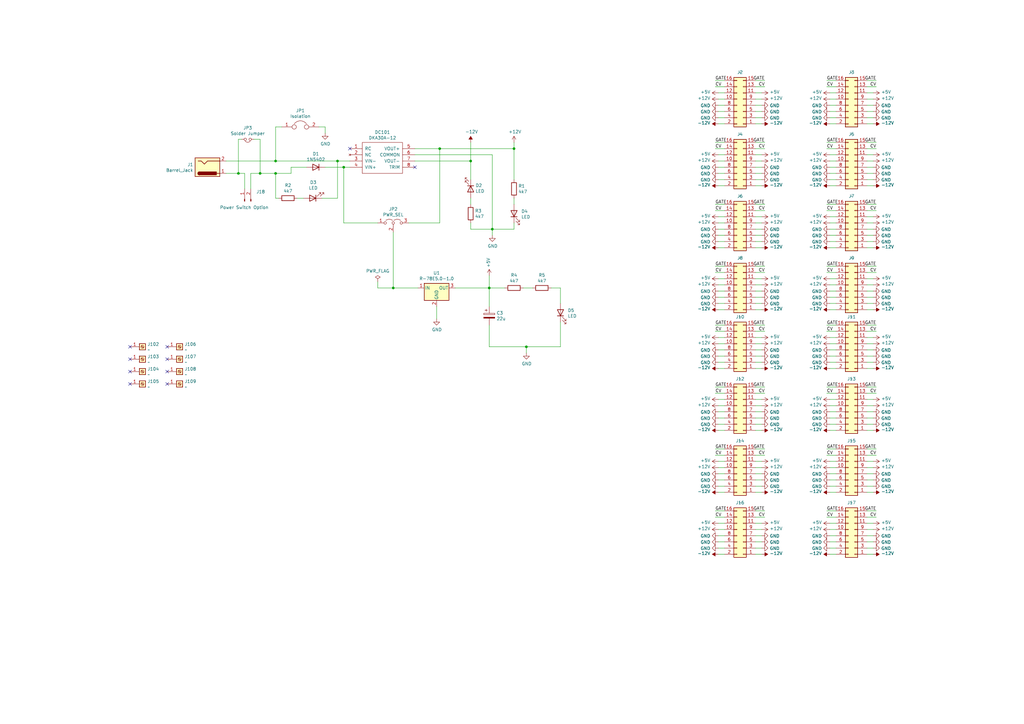
<source format=kicad_sch>
(kicad_sch (version 20211123) (generator eeschema)
  (paper "A3")
  (junction (at 180.34 60.96))
  (junction (at 113.03 71.12))
  (junction (at 193.04 66.04))
  (junction (at 201.93 93.98))
  (junction (at 200.66 118.11))
  (junction (at 106.68 71.12))
  (junction (at 97.79 71.12))
  (junction (at 215.9 142.24))
  (junction (at 113.03 66.04))
  (junction (at 138.43 66.04))
  (junction (at 210.82 60.96))
  (junction (at 140.97 68.58))
  (junction (at 161.29 118.11))
  (no_connect (at 53.34 142.24))
  (no_connect (at 143.51 60.96))
  (no_connect (at 68.58 157.48))
  (no_connect (at 53.34 152.4))
  (no_connect (at 53.34 157.48))
  (no_connect (at 68.58 142.24))
  (no_connect (at 68.58 152.4))
  (no_connect (at 53.34 147.32))
  (no_connect (at 170.18 68.58))
  (no_connect (at 68.58 147.32))
  (wire (pts (xy 297.18 58.42) (xy 293.37 58.42)))
  (wire (pts (xy 309.88 38.1) (xy 312.42 38.1)))
  (wire (pts (xy 342.9 135.89) (xy 339.09 135.89)))
  (wire (pts (xy 200.66 118.11) (xy 207.01 118.11)))
  (wire (pts (xy 312.42 93.98) (xy 309.88 93.98)))
  (wire (pts (xy 297.18 121.92) (xy 294.64 121.92)))
  (wire (pts (xy 342.9 111.76) (xy 339.09 111.76)))
  (wire (pts (xy 297.18 171.45) (xy 294.64 171.45)))
  (wire (pts (xy 297.18 209.55) (xy 293.37 209.55)))
  (wire (pts (xy 309.88 66.04) (xy 312.42 66.04)))
  (wire (pts (xy 104.14 57.15) (xy 106.68 57.15)))
  (wire (pts (xy 294.64 143.51) (xy 297.18 143.51)))
  (wire (pts (xy 294.64 101.6) (xy 297.18 101.6)))
  (wire (pts (xy 294.64 93.98) (xy 297.18 93.98)))
  (wire (pts (xy 355.6 45.72) (xy 358.14 45.72)))
  (wire (pts (xy 358.14 127) (xy 355.6 127)))
  (wire (pts (xy 340.36 219.71) (xy 342.9 219.71)))
  (wire (pts (xy 297.18 133.35) (xy 293.37 133.35)))
  (wire (pts (xy 297.18 186.69) (xy 293.37 186.69)))
  (wire (pts (xy 309.88 184.15) (xy 313.69 184.15)))
  (wire (pts (xy 297.18 111.76) (xy 293.37 111.76)))
  (wire (pts (xy 215.9 142.24) (xy 200.66 142.24)))
  (wire (pts (xy 358.14 48.26) (xy 355.6 48.26)))
  (wire (pts (xy 119.38 68.58) (xy 119.38 71.12)))
  (wire (pts (xy 297.18 35.56) (xy 293.37 35.56)))
  (wire (pts (xy 215.9 142.24) (xy 229.87 142.24)))
  (wire (pts (xy 161.29 95.25) (xy 161.29 118.11)))
  (wire (pts (xy 309.88 158.75) (xy 313.69 158.75)))
  (wire (pts (xy 355.6 40.64) (xy 358.14 40.64)))
  (wire (pts (xy 106.68 57.15) (xy 106.68 71.12)))
  (wire (pts (xy 340.36 227.33) (xy 342.9 227.33)))
  (wire (pts (xy 309.88 138.43) (xy 312.42 138.43)))
  (wire (pts (xy 355.6 186.69) (xy 359.41 186.69)))
  (wire (pts (xy 186.69 118.11) (xy 200.66 118.11)))
  (wire (pts (xy 210.82 60.96) (xy 210.82 73.66)))
  (wire (pts (xy 309.88 166.37) (xy 312.42 166.37)))
  (wire (pts (xy 143.51 66.04) (xy 138.43 66.04)))
  (wire (pts (xy 342.9 189.23) (xy 340.36 189.23)))
  (wire (pts (xy 340.36 124.46) (xy 342.9 124.46)))
  (wire (pts (xy 154.94 118.11) (xy 161.29 118.11)))
  (wire (pts (xy 355.6 114.3) (xy 358.14 114.3)))
  (wire (pts (xy 355.6 38.1) (xy 358.14 38.1)))
  (wire (pts (xy 309.88 209.55) (xy 313.69 209.55)))
  (wire (pts (xy 309.88 163.83) (xy 312.42 163.83)))
  (wire (pts (xy 297.18 116.84) (xy 294.64 116.84)))
  (wire (pts (xy 340.36 224.79) (xy 342.9 224.79)))
  (wire (pts (xy 358.14 93.98) (xy 355.6 93.98)))
  (wire (pts (xy 355.6 212.09) (xy 359.41 212.09)))
  (wire (pts (xy 170.18 66.04) (xy 193.04 66.04)))
  (wire (pts (xy 355.6 189.23) (xy 358.14 189.23)))
  (wire (pts (xy 342.9 121.92) (xy 340.36 121.92)))
  (wire (pts (xy 201.93 93.98) (xy 201.93 96.52)))
  (wire (pts (xy 342.9 96.52) (xy 340.36 96.52)))
  (wire (pts (xy 309.88 171.45) (xy 312.42 171.45)))
  (wire (pts (xy 309.88 91.44) (xy 312.42 91.44)))
  (wire (pts (xy 309.88 60.96) (xy 313.69 60.96)))
  (wire (pts (xy 138.43 81.28) (xy 138.43 66.04)))
  (wire (pts (xy 358.14 176.53) (xy 355.6 176.53)))
  (wire (pts (xy 294.64 43.18) (xy 297.18 43.18)))
  (wire (pts (xy 358.14 194.31) (xy 355.6 194.31)))
  (wire (pts (xy 340.36 76.2) (xy 342.9 76.2)))
  (wire (pts (xy 342.9 40.64) (xy 340.36 40.64)))
  (wire (pts (xy 170.18 63.5) (xy 201.93 63.5)))
  (wire (pts (xy 342.9 214.63) (xy 340.36 214.63)))
  (wire (pts (xy 193.04 93.98) (xy 201.93 93.98)))
  (wire (pts (xy 113.03 81.28) (xy 113.03 71.12)))
  (wire (pts (xy 312.42 101.6) (xy 309.88 101.6)))
  (wire (pts (xy 297.18 88.9) (xy 294.64 88.9)))
  (wire (pts (xy 294.64 199.39) (xy 297.18 199.39)))
  (wire (pts (xy 355.6 111.76) (xy 359.41 111.76)))
  (wire (pts (xy 130.81 52.07) (xy 133.35 52.07)))
  (wire (pts (xy 309.88 189.23) (xy 312.42 189.23)))
  (wire (pts (xy 297.18 158.75) (xy 293.37 158.75)))
  (wire (pts (xy 312.42 68.58) (xy 309.88 68.58)))
  (wire (pts (xy 342.9 45.72) (xy 340.36 45.72)))
  (wire (pts (xy 92.71 66.04) (xy 113.03 66.04)))
  (wire (pts (xy 309.88 214.63) (xy 312.42 214.63)))
  (wire (pts (xy 214.63 118.11) (xy 218.44 118.11)))
  (wire (pts (xy 342.9 217.17) (xy 340.36 217.17)))
  (wire (pts (xy 342.9 166.37) (xy 340.36 166.37)))
  (wire (pts (xy 309.88 196.85) (xy 312.42 196.85)))
  (wire (pts (xy 355.6 60.96) (xy 359.41 60.96)))
  (wire (pts (xy 312.42 173.99) (xy 309.88 173.99)))
  (wire (pts (xy 340.36 194.31) (xy 342.9 194.31)))
  (wire (pts (xy 92.71 71.12) (xy 97.79 71.12)))
  (wire (pts (xy 342.9 60.96) (xy 339.09 60.96)))
  (wire (pts (xy 297.18 138.43) (xy 294.64 138.43)))
  (wire (pts (xy 312.42 199.39) (xy 309.88 199.39)))
  (wire (pts (xy 297.18 196.85) (xy 294.64 196.85)))
  (wire (pts (xy 297.18 217.17) (xy 294.64 217.17)))
  (wire (pts (xy 342.9 222.25) (xy 340.36 222.25)))
  (wire (pts (xy 342.9 63.5) (xy 340.36 63.5)))
  (wire (pts (xy 294.64 173.99) (xy 297.18 173.99)))
  (wire (pts (xy 210.82 58.42) (xy 210.82 60.96)))
  (wire (pts (xy 355.6 35.56) (xy 359.41 35.56)))
  (wire (pts (xy 355.6 135.89) (xy 359.41 135.89)))
  (wire (pts (xy 355.6 116.84) (xy 358.14 116.84)))
  (wire (pts (xy 358.14 73.66) (xy 355.6 73.66)))
  (wire (pts (xy 355.6 71.12) (xy 358.14 71.12)))
  (wire (pts (xy 140.97 68.58) (xy 143.51 68.58)))
  (wire (pts (xy 312.42 76.2) (xy 309.88 76.2)))
  (wire (pts (xy 358.14 148.59) (xy 355.6 148.59)))
  (wire (pts (xy 309.88 212.09) (xy 313.69 212.09)))
  (wire (pts (xy 355.6 86.36) (xy 359.41 86.36)))
  (wire (pts (xy 294.64 124.46) (xy 297.18 124.46)))
  (wire (pts (xy 297.18 66.04) (xy 294.64 66.04)))
  (wire (pts (xy 309.88 186.69) (xy 313.69 186.69)))
  (wire (pts (xy 294.64 99.06) (xy 297.18 99.06)))
  (wire (pts (xy 342.9 186.69) (xy 339.09 186.69)))
  (wire (pts (xy 309.88 109.22) (xy 313.69 109.22)))
  (wire (pts (xy 312.42 201.93) (xy 309.88 201.93)))
  (wire (pts (xy 355.6 91.44) (xy 358.14 91.44)))
  (wire (pts (xy 340.36 173.99) (xy 342.9 173.99)))
  (wire (pts (xy 309.88 71.12) (xy 312.42 71.12)))
  (wire (pts (xy 342.9 109.22) (xy 339.09 109.22)))
  (wire (pts (xy 297.18 212.09) (xy 293.37 212.09)))
  (wire (pts (xy 297.18 191.77) (xy 294.64 191.77)))
  (wire (pts (xy 215.9 142.24) (xy 215.9 144.78)))
  (wire (pts (xy 340.36 143.51) (xy 342.9 143.51)))
  (wire (pts (xy 355.6 196.85) (xy 358.14 196.85)))
  (wire (pts (xy 355.6 138.43) (xy 358.14 138.43)))
  (wire (pts (xy 342.9 114.3) (xy 340.36 114.3)))
  (wire (pts (xy 309.88 86.36) (xy 313.69 86.36)))
  (wire (pts (xy 358.14 119.38) (xy 355.6 119.38)))
  (wire (pts (xy 355.6 109.22) (xy 359.41 109.22)))
  (wire (pts (xy 355.6 66.04) (xy 358.14 66.04)))
  (wire (pts (xy 355.6 88.9) (xy 358.14 88.9)))
  (wire (pts (xy 193.04 58.42) (xy 193.04 66.04)))
  (wire (pts (xy 297.18 71.12) (xy 294.64 71.12)))
  (wire (pts (xy 309.88 45.72) (xy 312.42 45.72)))
  (wire (pts (xy 294.64 50.8) (xy 297.18 50.8)))
  (wire (pts (xy 297.18 161.29) (xy 293.37 161.29)))
  (wire (pts (xy 170.18 60.96) (xy 180.34 60.96)))
  (wire (pts (xy 312.42 194.31) (xy 309.88 194.31)))
  (wire (pts (xy 355.6 184.15) (xy 359.41 184.15)))
  (wire (pts (xy 297.18 96.52) (xy 294.64 96.52)))
  (wire (pts (xy 342.9 163.83) (xy 340.36 163.83)))
  (wire (pts (xy 294.64 48.26) (xy 297.18 48.26)))
  (wire (pts (xy 193.04 81.28) (xy 193.04 83.82)))
  (wire (pts (xy 297.18 40.64) (xy 294.64 40.64)))
  (wire (pts (xy 179.07 125.73) (xy 179.07 130.81)))
  (wire (pts (xy 309.88 191.77) (xy 312.42 191.77)))
  (wire (pts (xy 342.9 38.1) (xy 340.36 38.1)))
  (wire (pts (xy 312.42 48.26) (xy 309.88 48.26)))
  (wire (pts (xy 200.66 113.03) (xy 200.66 118.11)))
  (wire (pts (xy 358.14 199.39) (xy 355.6 199.39)))
  (wire (pts (xy 297.18 86.36) (xy 293.37 86.36)))
  (wire (pts (xy 294.64 73.66) (xy 297.18 73.66)))
  (wire (pts (xy 355.6 166.37) (xy 358.14 166.37)))
  (wire (pts (xy 180.34 91.44) (xy 180.34 60.96)))
  (wire (pts (xy 358.14 76.2) (xy 355.6 76.2)))
  (wire (pts (xy 358.14 201.93) (xy 355.6 201.93)))
  (wire (pts (xy 309.88 83.82) (xy 313.69 83.82)))
  (wire (pts (xy 340.36 48.26) (xy 342.9 48.26)))
  (wire (pts (xy 297.18 33.02) (xy 293.37 33.02)))
  (wire (pts (xy 200.66 142.24) (xy 200.66 133.35)))
  (wire (pts (xy 358.14 68.58) (xy 355.6 68.58)))
  (wire (pts (xy 340.36 119.38) (xy 342.9 119.38)))
  (wire (pts (xy 119.38 71.12) (xy 113.03 71.12)))
  (wire (pts (xy 342.9 66.04) (xy 340.36 66.04)))
  (wire (pts (xy 312.42 124.46) (xy 309.88 124.46)))
  (wire (pts (xy 355.6 83.82) (xy 359.41 83.82)))
  (wire (pts (xy 115.57 52.07) (xy 113.03 52.07)))
  (wire (pts (xy 309.88 121.92) (xy 312.42 121.92)))
  (wire (pts (xy 309.88 33.02) (xy 313.69 33.02)))
  (wire (pts (xy 342.9 209.55) (xy 339.09 209.55)))
  (wire (pts (xy 193.04 66.04) (xy 193.04 73.66)))
  (wire (pts (xy 309.88 133.35) (xy 313.69 133.35)))
  (wire (pts (xy 312.42 73.66) (xy 309.88 73.66)))
  (wire (pts (xy 355.6 96.52) (xy 358.14 96.52)))
  (wire (pts (xy 309.88 116.84) (xy 312.42 116.84)))
  (wire (pts (xy 342.9 184.15) (xy 339.09 184.15)))
  (wire (pts (xy 342.9 116.84) (xy 340.36 116.84)))
  (wire (pts (xy 125.73 68.58) (xy 119.38 68.58)))
  (wire (pts (xy 106.68 71.12) (xy 102.87 71.12)))
  (wire (pts (xy 309.88 114.3) (xy 312.42 114.3)))
  (wire (pts (xy 309.88 146.05) (xy 312.42 146.05)))
  (wire (pts (xy 297.18 63.5) (xy 294.64 63.5)))
  (wire (pts (xy 309.88 222.25) (xy 312.42 222.25)))
  (wire (pts (xy 342.9 86.36) (xy 339.09 86.36)))
  (wire (pts (xy 133.35 68.58) (xy 140.97 68.58)))
  (wire (pts (xy 201.93 93.98) (xy 210.82 93.98)))
  (wire (pts (xy 97.79 71.12) (xy 100.33 71.12)))
  (wire (pts (xy 154.94 91.44) (xy 140.97 91.44)))
  (wire (pts (xy 340.36 148.59) (xy 342.9 148.59)))
  (wire (pts (xy 309.88 35.56) (xy 313.69 35.56)))
  (wire (pts (xy 355.6 191.77) (xy 358.14 191.77)))
  (wire (pts (xy 358.14 99.06) (xy 355.6 99.06)))
  (wire (pts (xy 297.18 38.1) (xy 294.64 38.1)))
  (wire (pts (xy 342.9 212.09) (xy 339.09 212.09)))
  (wire (pts (xy 355.6 217.17) (xy 358.14 217.17)))
  (wire (pts (xy 114.3 81.28) (xy 113.03 81.28)))
  (wire (pts (xy 297.18 184.15) (xy 293.37 184.15)))
  (wire (pts (xy 342.9 91.44) (xy 340.36 91.44)))
  (wire (pts (xy 342.9 138.43) (xy 340.36 138.43)))
  (wire (pts (xy 297.18 109.22) (xy 293.37 109.22)))
  (wire (pts (xy 355.6 146.05) (xy 358.14 146.05)))
  (wire (pts (xy 113.03 66.04) (xy 138.43 66.04)))
  (wire (pts (xy 342.9 140.97) (xy 340.36 140.97)))
  (wire (pts (xy 340.36 99.06) (xy 342.9 99.06)))
  (wire (pts (xy 342.9 33.02) (xy 339.09 33.02)))
  (wire (pts (xy 358.14 124.46) (xy 355.6 124.46)))
  (wire (pts (xy 294.64 224.79) (xy 297.18 224.79)))
  (wire (pts (xy 210.82 81.28) (xy 210.82 83.82)))
  (wire (pts (xy 312.42 227.33) (xy 309.88 227.33)))
  (wire (pts (xy 342.9 161.29) (xy 339.09 161.29)))
  (wire (pts (xy 309.88 40.64) (xy 312.42 40.64)))
  (wire (pts (xy 193.04 91.44) (xy 193.04 93.98)))
  (wire (pts (xy 342.9 133.35) (xy 339.09 133.35)))
  (wire (pts (xy 294.64 201.93) (xy 297.18 201.93)))
  (wire (pts (xy 312.42 143.51) (xy 309.88 143.51)))
  (wire (pts (xy 358.14 101.6) (xy 355.6 101.6)))
  (wire (pts (xy 312.42 43.18) (xy 309.88 43.18)))
  (wire (pts (xy 297.18 140.97) (xy 294.64 140.97)))
  (wire (pts (xy 294.64 76.2) (xy 297.18 76.2)))
  (wire (pts (xy 297.18 189.23) (xy 294.64 189.23)))
  (wire (pts (xy 340.36 168.91) (xy 342.9 168.91)))
  (wire (pts (xy 161.29 118.11) (xy 171.45 118.11)))
  (wire (pts (xy 297.18 91.44) (xy 294.64 91.44)))
  (wire (pts (xy 297.18 163.83) (xy 294.64 163.83)))
  (wire (pts (xy 340.36 127) (xy 342.9 127)))
  (wire (pts (xy 133.35 52.07) (xy 133.35 54.61)))
  (wire (pts (xy 340.36 199.39) (xy 342.9 199.39)))
  (wire (pts (xy 340.36 50.8) (xy 342.9 50.8)))
  (wire (pts (xy 309.88 58.42) (xy 313.69 58.42)))
  (wire (pts (xy 342.9 58.42) (xy 339.09 58.42)))
  (wire (pts (xy 355.6 161.29) (xy 359.41 161.29)))
  (wire (pts (xy 297.18 83.82) (xy 293.37 83.82)))
  (wire (pts (xy 312.42 168.91) (xy 309.88 168.91)))
  (wire (pts (xy 294.64 176.53) (xy 297.18 176.53)))
  (wire (pts (xy 340.36 93.98) (xy 342.9 93.98)))
  (wire (pts (xy 309.88 217.17) (xy 312.42 217.17)))
  (wire (pts (xy 342.9 35.56) (xy 339.09 35.56)))
  (wire (pts (xy 358.14 50.8) (xy 355.6 50.8)))
  (wire (pts (xy 355.6 163.83) (xy 358.14 163.83)))
  (wire (pts (xy 358.14 219.71) (xy 355.6 219.71)))
  (wire (pts (xy 294.64 148.59) (xy 297.18 148.59)))
  (wire (pts (xy 342.9 196.85) (xy 340.36 196.85)))
  (wire (pts (xy 294.64 194.31) (xy 297.18 194.31)))
  (wire (pts (xy 358.14 227.33) (xy 355.6 227.33)))
  (wire (pts (xy 294.64 219.71) (xy 297.18 219.71)))
  (wire (pts (xy 294.64 127) (xy 297.18 127)))
  (wire (pts (xy 297.18 60.96) (xy 293.37 60.96)))
  (wire (pts (xy 355.6 140.97) (xy 358.14 140.97)))
  (wire (pts (xy 124.46 81.28) (xy 121.92 81.28)))
  (wire (pts (xy 97.79 71.12) (xy 97.79 57.15)))
  (wire (pts (xy 355.6 171.45) (xy 358.14 171.45)))
  (wire (pts (xy 355.6 133.35) (xy 359.41 133.35)))
  (wire (pts (xy 312.42 99.06) (xy 309.88 99.06)))
  (wire (pts (xy 355.6 222.25) (xy 358.14 222.25)))
  (wire (pts (xy 340.36 73.66) (xy 342.9 73.66)))
  (wire (pts (xy 340.36 43.18) (xy 342.9 43.18)))
  (wire (pts (xy 309.88 140.97) (xy 312.42 140.97)))
  (wire (pts (xy 340.36 201.93) (xy 342.9 201.93)))
  (wire (pts (xy 355.6 121.92) (xy 358.14 121.92)))
  (wire (pts (xy 297.18 166.37) (xy 294.64 166.37)))
  (wire (pts (xy 201.93 63.5) (xy 201.93 93.98)))
  (wire (pts (xy 355.6 158.75) (xy 359.41 158.75)))
  (wire (pts (xy 355.6 58.42) (xy 359.41 58.42)))
  (wire (pts (xy 294.64 68.58) (xy 297.18 68.58)))
  (wire (pts (xy 355.6 33.02) (xy 359.41 33.02)))
  (wire (pts (xy 297.18 114.3) (xy 294.64 114.3)))
  (wire (pts (xy 312.42 176.53) (xy 309.88 176.53)))
  (wire (pts (xy 140.97 91.44) (xy 140.97 68.58)))
  (wire (pts (xy 309.88 96.52) (xy 312.42 96.52)))
  (wire (pts (xy 167.64 91.44) (xy 180.34 91.44)))
  (wire (pts (xy 355.6 63.5) (xy 358.14 63.5)))
  (wire (pts (xy 358.14 143.51) (xy 355.6 143.51)))
  (wire (pts (xy 294.64 119.38) (xy 297.18 119.38)))
  (wire (pts (xy 312.42 219.71) (xy 309.88 219.71)))
  (wire (pts (xy 106.68 71.12) (xy 113.03 71.12)))
  (wire (pts (xy 100.33 71.12) (xy 100.33 77.47)))
  (wire (pts (xy 340.36 101.6) (xy 342.9 101.6)))
  (wire (pts (xy 226.06 118.11) (xy 229.87 118.11)))
  (wire (pts (xy 342.9 83.82) (xy 339.09 83.82)))
  (wire (pts (xy 358.14 43.18) (xy 355.6 43.18)))
  (wire (pts (xy 312.42 127) (xy 309.88 127)))
  (wire (pts (xy 342.9 146.05) (xy 340.36 146.05)))
  (wire (pts (xy 294.64 151.13) (xy 297.18 151.13)))
  (wire (pts (xy 358.14 224.79) (xy 355.6 224.79)))
  (wire (pts (xy 312.42 151.13) (xy 309.88 151.13)))
  (wire (pts (xy 229.87 118.11) (xy 229.87 124.46)))
  (wire (pts (xy 294.64 227.33) (xy 297.18 227.33)))
  (wire (pts (xy 97.79 57.15) (xy 99.06 57.15)))
  (wire (pts (xy 340.36 176.53) (xy 342.9 176.53)))
  (wire (pts (xy 132.08 81.28) (xy 138.43 81.28)))
  (wire (pts (xy 309.88 135.89) (xy 313.69 135.89)))
  (wire (pts (xy 342.9 171.45) (xy 340.36 171.45)))
  (wire (pts (xy 200.66 118.11) (xy 200.66 125.73)))
  (wire (pts (xy 309.88 161.29) (xy 313.69 161.29)))
  (wire (pts (xy 154.94 118.11) (xy 154.94 115.57)))
  (wire (pts (xy 312.42 148.59) (xy 309.88 148.59)))
  (wire (pts (xy 297.18 146.05) (xy 294.64 146.05)))
  (wire (pts (xy 113.03 52.07) (xy 113.03 66.04)))
  (wire (pts (xy 340.36 68.58) (xy 342.9 68.58)))
  (wire (pts (xy 312.42 224.79) (xy 309.88 224.79)))
  (wire (pts (xy 340.36 151.13) (xy 342.9 151.13)))
  (wire (pts (xy 358.14 151.13) (xy 355.6 151.13)))
  (wire (pts (xy 309.88 88.9) (xy 312.42 88.9)))
  (wire (pts (xy 355.6 209.55) (xy 359.41 209.55)))
  (wire (pts (xy 294.64 168.91) (xy 297.18 168.91)))
  (wire (pts (xy 102.87 71.12) (xy 102.87 77.47)))
  (wire (pts (xy 342.9 158.75) (xy 339.09 158.75)))
  (wire (pts (xy 309.88 111.76) (xy 313.69 111.76)))
  (wire (pts (xy 342.9 71.12) (xy 340.36 71.12)))
  (wire (pts (xy 210.82 93.98) (xy 210.82 91.44)))
  (wire (pts (xy 342.9 191.77) (xy 340.36 191.77)))
  (wire (pts (xy 342.9 88.9) (xy 340.36 88.9)))
  (wire (pts (xy 355.6 214.63) (xy 358.14 214.63)))
  (wire (pts (xy 309.88 63.5) (xy 312.42 63.5)))
  (wire (pts (xy 229.87 132.08) (xy 229.87 142.24)))
  (wire (pts (xy 297.18 214.63) (xy 294.64 214.63)))
  (wire (pts (xy 312.42 119.38) (xy 309.88 119.38)))
  (wire (pts (xy 297.18 45.72) (xy 294.64 45.72)))
  (wire (pts (xy 297.18 135.89) (xy 293.37 135.89)))
  (wire (pts (xy 312.42 50.8) (xy 309.88 50.8)))
  (wire (pts (xy 358.14 173.99) (xy 355.6 173.99)))
  (wire (pts (xy 358.14 168.91) (xy 355.6 168.91)))
  (wire (pts (xy 297.18 222.25) (xy 294.64 222.25)))
  (wire (pts (xy 180.34 60.96) (xy 210.82 60.96)))
  (label "GATE" (at 293.37 158.75 0))
  (label "GATE" (at 339.09 184.15 0))
  (label "GATE" (at 359.41 58.42 180))
  (label "CV" (at 293.37 86.36 0))
  (label "GATE" (at 293.37 184.15 0))
  (label "GATE" (at 339.09 58.42 0))
  (label "CV" (at 313.69 60.96 180))
  (label "GATE" (at 293.37 133.35 0))
  (label "GATE" (at 359.41 158.75 180))
  (label "CV" (at 359.41 86.36 180))
  (label "CV" (at 293.37 60.96 0))
  (label "GATE" (at 359.41 184.15 180))
  (label "CV" (at 339.09 86.36 0))
  (label "GATE" (at 313.69 33.02 180))
  (label "CV" (at 359.41 111.76 180))
  (label "CV" (at 313.69 161.29 180))
  (label "CV" (at 313.69 35.56 180))
  (label "GATE" (at 293.37 83.82 0))
  (label "GATE" (at 339.09 158.75 0))
  (label "CV" (at 339.09 35.56 0))
  (label "GATE" (at 359.41 33.02 180))
  (label "GATE" (at 339.09 133.35 0))
  (label "GATE" (at 293.37 33.02 0))
  (label "GATE" (at 339.09 209.55 0))
  (label "CV" (at 313.69 135.89 180))
  (label "CV" (at 293.37 186.69 0))
  (label "CV" (at 293.37 161.29 0))
  (label "CV" (at 339.09 111.76 0))
  (label "CV" (at 339.09 161.29 0))
  (label "GATE" (at 313.69 109.22 180))
  (label "GATE" (at 313.69 133.35 180))
  (label "CV" (at 313.69 186.69 180))
  (label "GATE" (at 293.37 109.22 0))
  (label "CV" (at 293.37 135.89 0))
  (label "CV" (at 359.41 161.29 180))
  (label "GATE" (at 359.41 209.55 180))
  (label "CV" (at 313.69 212.09 180))
  (label "GATE" (at 313.69 209.55 180))
  (label "CV" (at 359.41 212.09 180))
  (label "GATE" (at 293.37 209.55 0))
  (label "CV" (at 359.41 35.56 180))
  (label "GATE" (at 339.09 33.02 0))
  (label "CV" (at 293.37 212.09 0))
  (label "GATE" (at 339.09 83.82 0))
  (label "GATE" (at 313.69 184.15 180))
  (label "CV" (at 313.69 86.36 180))
  (label "GATE" (at 359.41 133.35 180))
  (label "CV" (at 359.41 135.89 180))
  (label "CV" (at 359.41 60.96 180))
  (label "CV" (at 339.09 60.96 0))
  (label "CV" (at 293.37 111.76 0))
  (label "GATE" (at 339.09 109.22 0))
  (label "CV" (at 339.09 212.09 0))
  (label "CV" (at 313.69 111.76 180))
  (label "GATE" (at 359.41 83.82 180))
  (label "GATE" (at 359.41 109.22 180))
  (label "GATE" (at 313.69 58.42 180))
  (label "CV" (at 293.37 35.56 0))
  (label "GATE" (at 313.69 83.82 180))
  (label "GATE" (at 313.69 158.75 180))
  (label "GATE" (at 293.37 58.42 0))
  (label "CV" (at 339.09 135.89 0))
  (label "CV" (at 339.09 186.69 0))
  (label "CV" (at 359.41 186.69 180))
  (symbol (lib_id "Connector:Barrel_Jack") (at 85.09 68.58 0) (mirror x) (unit 1)
    (property "Reference" "J1" (at 79.248 67.5132 0) (effects (justify right)))
    (property "Value" "Barrel_Jack" (at 79.248 69.8246 0) (effects (justify right)))
    (property "Footprint" "connectors:PJ-059A" (effects hide))
  )
  (symbol (lib_id "Device:R") (at 193.04 87.63 0) (unit 1)
    (property "Reference" "R3" (at 194.818 86.4616 0) (effects (justify left)))
    (property "Value" "4k7" (at 194.818 88.773 0) (effects (justify left)))
    (property "Footprint" "Resistor_SMD:R_0805_2012Metric_Pad1.15x1.40mm_HandSolder" (effects hide))
  )
  (symbol (lib_id "Device:LED") (at 193.04 77.47 270) (unit 1)
    (property "Reference" "D2" (at 195.0212 76.073 90) (effects (justify left)))
    (property "Value" "LED" (at 195.0212 78.3844 90) (effects (justify left)))
    (property "Footprint" "LED_THT:LED_D5.0mm" (effects hide))
  )
  (symbol (lib_id "power:GND") (at 201.93 96.52 0) (unit 1)
    (property "Reference" "#PWR0101" (effects hide))
    (property "Value" "GND" (at 202.057 100.9142 0))
  )
  (symbol (lib_id "Device:LED") (at 210.82 87.63 90) (unit 1)
    (property "Reference" "D4" (at 213.7918 86.6648 90) (effects (justify right)))
    (property "Value" "LED" (at 213.7918 88.9762 90) (effects (justify right)))
    (property "Footprint" "LED_THT:LED_D5.0mm" (effects hide))
  )
  (symbol (lib_id "Device:R") (at 210.82 77.47 0) (unit 1)
    (property "Reference" "R1" (at 212.598 76.3016 0) (effects (justify left)))
    (property "Value" "4k7" (at 212.598 78.613 0) (effects (justify left)))
    (property "Footprint" "Resistor_SMD:R_0805_2012Metric_Pad1.15x1.40mm_HandSolder" (effects hide))
  )
  (symbol (lib_id "power:+12V") (at 210.82 58.42 0) (unit 1)
    (property "Reference" "#PWR0102" (effects hide))
    (property "Value" "+12V" (at 211.201 54.0258 0))
  )
  (symbol (lib_id "power:-12V") (at 193.04 58.42 0) (unit 1)
    (property "Reference" "#PWR0103" (effects hide))
    (property "Value" "-12V" (at 193.421 54.0258 0))
  )
  (symbol (lib_id "Device:R") (at 118.11 81.28 270) (unit 1)
    (property "Reference" "R2" (at 118.11 76.0222 90))
    (property "Value" "4k7" (at 118.11 78.3336 90))
    (property "Footprint" "Resistor_SMD:R_0805_2012Metric_Pad1.15x1.40mm_HandSolder" (effects hide))
  )
  (symbol (lib_id "Device:LED") (at 128.27 81.28 180) (unit 1)
    (property "Reference" "D3" (at 128.4732 74.803 0))
    (property "Value" "LED" (at 128.4732 77.1144 0))
    (property "Footprint" "LED_THT:LED_D5.0mm" (effects hide))
  )
  (symbol (lib_id "Device:D") (at 129.54 68.58 180) (unit 1)
    (property "Reference" "D1" (at 129.54 63.0936 0))
    (property "Value" "1N5402 " (at 129.54 65.405 0))
    (property "Footprint" "Diode_THT:D_DO-201AD_P15.24mm_Horizontal" (effects hide))
  )
  (symbol (lib_id "psu-30w-rescue:CP-Device") (at 200.66 129.54 0) (unit 1)
    (property "Reference" "C3" (at 203.6572 128.3716 0) (effects (justify left)))
    (property "Value" "22u" (at 203.6572 130.683 0) (effects (justify left)))
    (property "Footprint" "Capacitor_SMD:CP_Elec_10x10" (effects hide))
  )
  (symbol (lib_id "Device:R") (at 210.82 118.11 270) (unit 1)
    (property "Reference" "R4" (at 210.82 112.8522 90))
    (property "Value" "4k7" (at 210.82 115.1636 90))
    (property "Footprint" "Resistor_SMD:R_0805_2012Metric_Pad1.15x1.40mm_HandSolder" (effects hide))
  )
  (symbol (lib_id "Device:LED") (at 229.87 128.27 90) (unit 1)
    (property "Reference" "D5" (at 232.8418 127.3048 90) (effects (justify right)))
    (property "Value" "LED" (at 232.8418 129.6162 90) (effects (justify right)))
    (property "Footprint" "LED_THT:LED_D5.0mm" (effects hide))
  )
  (symbol (lib_id "Connector_Generic:Conn_02x08_Odd_Even") (at 304.8 43.18 180) (unit 1)
    (property "Reference" "J2" (at 303.53 29.6418 0))
    (property "Value" "~" (at 303.53 29.6164 0))
    (property "Footprint" "Connector_PinHeader_2.54mm:PinHeader_2x08_P2.54mm_Vertical" (effects hide))
  )
  (symbol (lib_id "power:-12V") (at 294.64 50.8 90) (unit 1)
    (property "Reference" "#PWR0107" (effects hide))
    (property "Value" "-12V" (at 291.3888 50.419 90) (effects (justify left)))
  )
  (symbol (lib_id "power:GND") (at 294.64 48.26 270) (unit 1)
    (property "Reference" "#PWR0108" (effects hide))
    (property "Value" "GND" (at 291.3888 48.387 90) (effects (justify right)))
  )
  (symbol (lib_id "power:GND") (at 294.64 45.72 270) (unit 1)
    (property "Reference" "#PWR0109" (effects hide))
    (property "Value" "GND" (at 291.3888 45.847 90) (effects (justify right)))
  )
  (symbol (lib_id "power:GND") (at 294.64 43.18 270) (unit 1)
    (property "Reference" "#PWR0110" (effects hide))
    (property "Value" "GND" (at 291.3888 43.307 90) (effects (justify right)))
  )
  (symbol (lib_id "power:+12V") (at 294.64 40.64 90) (unit 1)
    (property "Reference" "#PWR0111" (effects hide))
    (property "Value" "+12V" (at 291.3888 40.259 90) (effects (justify left)))
  )
  (symbol (lib_id "power:+5V") (at 294.64 38.1 90) (unit 1)
    (property "Reference" "#PWR0112" (effects hide))
    (property "Value" "+5V" (at 291.3888 37.719 90) (effects (justify left)))
  )
  (symbol (lib_id "power:-12V") (at 312.42 50.8 270) (mirror x) (unit 1)
    (property "Reference" "#PWR0113" (effects hide))
    (property "Value" "-12V" (at 315.6712 50.419 90) (effects (justify left)))
  )
  (symbol (lib_id "power:GND") (at 312.42 48.26 90) (mirror x) (unit 1)
    (property "Reference" "#PWR0114" (effects hide))
    (property "Value" "GND" (at 315.6712 48.387 90) (effects (justify right)))
  )
  (symbol (lib_id "power:GND") (at 312.42 45.72 90) (mirror x) (unit 1)
    (property "Reference" "#PWR0115" (effects hide))
    (property "Value" "GND" (at 315.6712 45.847 90) (effects (justify right)))
  )
  (symbol (lib_id "power:GND") (at 312.42 43.18 90) (mirror x) (unit 1)
    (property "Reference" "#PWR0116" (effects hide))
    (property "Value" "GND" (at 315.6712 43.307 90) (effects (justify right)))
  )
  (symbol (lib_id "power:+12V") (at 312.42 40.64 270) (mirror x) (unit 1)
    (property "Reference" "#PWR0117" (effects hide))
    (property "Value" "+12V" (at 315.6712 40.259 90) (effects (justify left)))
  )
  (symbol (lib_id "power:+5V") (at 312.42 38.1 270) (mirror x) (unit 1)
    (property "Reference" "#PWR0118" (effects hide))
    (property "Value" "+5V" (at 315.6712 37.719 90) (effects (justify left)))
  )
  (symbol (lib_id "Connector_Generic:Conn_02x08_Odd_Even") (at 304.8 68.58 180) (unit 1)
    (property "Reference" "J4" (at 303.53 55.0418 0))
    (property "Value" "~" (at 303.53 55.0164 0))
    (property "Footprint" "Connector_PinHeader_2.54mm:PinHeader_2x08_P2.54mm_Vertical" (effects hide))
  )
  (symbol (lib_id "power:-12V") (at 294.64 76.2 90) (unit 1)
    (property "Reference" "#PWR0119" (effects hide))
    (property "Value" "-12V" (at 291.3888 75.819 90) (effects (justify left)))
  )
  (symbol (lib_id "power:GND") (at 294.64 73.66 270) (unit 1)
    (property "Reference" "#PWR0120" (effects hide))
    (property "Value" "GND" (at 291.3888 73.787 90) (effects (justify right)))
  )
  (symbol (lib_id "power:GND") (at 294.64 71.12 270) (unit 1)
    (property "Reference" "#PWR0121" (effects hide))
    (property "Value" "GND" (at 291.3888 71.247 90) (effects (justify right)))
  )
  (symbol (lib_id "power:GND") (at 294.64 68.58 270) (unit 1)
    (property "Reference" "#PWR0122" (effects hide))
    (property "Value" "GND" (at 291.3888 68.707 90) (effects (justify right)))
  )
  (symbol (lib_id "power:+12V") (at 294.64 66.04 90) (unit 1)
    (property "Reference" "#PWR0123" (effects hide))
    (property "Value" "+12V" (at 291.3888 65.659 90) (effects (justify left)))
  )
  (symbol (lib_id "power:+5V") (at 294.64 63.5 90) (unit 1)
    (property "Reference" "#PWR0124" (effects hide))
    (property "Value" "+5V" (at 291.3888 63.119 90) (effects (justify left)))
  )
  (symbol (lib_id "power:-12V") (at 312.42 76.2 270) (mirror x) (unit 1)
    (property "Reference" "#PWR0125" (effects hide))
    (property "Value" "-12V" (at 315.6712 75.819 90) (effects (justify left)))
  )
  (symbol (lib_id "power:GND") (at 312.42 73.66 90) (mirror x) (unit 1)
    (property "Reference" "#PWR0126" (effects hide))
    (property "Value" "GND" (at 315.6712 73.787 90) (effects (justify right)))
  )
  (symbol (lib_id "power:GND") (at 312.42 71.12 90) (mirror x) (unit 1)
    (property "Reference" "#PWR0127" (effects hide))
    (property "Value" "GND" (at 315.6712 71.247 90) (effects (justify right)))
  )
  (symbol (lib_id "power:GND") (at 312.42 68.58 90) (mirror x) (unit 1)
    (property "Reference" "#PWR0128" (effects hide))
    (property "Value" "GND" (at 315.6712 68.707 90) (effects (justify right)))
  )
  (symbol (lib_id "power:+12V") (at 312.42 66.04 270) (mirror x) (unit 1)
    (property "Reference" "#PWR0129" (effects hide))
    (property "Value" "+12V" (at 315.6712 65.659 90) (effects (justify left)))
  )
  (symbol (lib_id "power:+5V") (at 312.42 63.5 270) (mirror x) (unit 1)
    (property "Reference" "#PWR0130" (effects hide))
    (property "Value" "+5V" (at 315.6712 63.119 90) (effects (justify left)))
  )
  (symbol (lib_id "Connector_Generic:Conn_02x08_Odd_Even") (at 304.8 93.98 180) (unit 1)
    (property "Reference" "J6" (at 303.53 80.4418 0))
    (property "Value" "~" (at 303.53 80.4164 0))
    (property "Footprint" "Connector_PinHeader_2.54mm:PinHeader_2x08_P2.54mm_Vertical" (effects hide))
  )
  (symbol (lib_id "power:-12V") (at 294.64 101.6 90) (unit 1)
    (property "Reference" "#PWR0131" (effects hide))
    (property "Value" "-12V" (at 291.3888 101.219 90) (effects (justify left)))
  )
  (symbol (lib_id "power:GND") (at 294.64 99.06 270) (unit 1)
    (property "Reference" "#PWR0132" (effects hide))
    (property "Value" "GND" (at 291.3888 99.187 90) (effects (justify right)))
  )
  (symbol (lib_id "power:GND") (at 294.64 96.52 270) (unit 1)
    (property "Reference" "#PWR0133" (effects hide))
    (property "Value" "GND" (at 291.3888 96.647 90) (effects (justify right)))
  )
  (symbol (lib_id "power:GND") (at 294.64 93.98 270) (unit 1)
    (property "Reference" "#PWR0134" (effects hide))
    (property "Value" "GND" (at 291.3888 94.107 90) (effects (justify right)))
  )
  (symbol (lib_id "power:+12V") (at 294.64 91.44 90) (unit 1)
    (property "Reference" "#PWR0135" (effects hide))
    (property "Value" "+12V" (at 291.3888 91.059 90) (effects (justify left)))
  )
  (symbol (lib_id "power:+5V") (at 294.64 88.9 90) (unit 1)
    (property "Reference" "#PWR0136" (effects hide))
    (property "Value" "+5V" (at 291.3888 88.519 90) (effects (justify left)))
  )
  (symbol (lib_id "power:-12V") (at 312.42 101.6 270) (mirror x) (unit 1)
    (property "Reference" "#PWR0137" (effects hide))
    (property "Value" "-12V" (at 315.6712 101.219 90) (effects (justify left)))
  )
  (symbol (lib_id "power:GND") (at 312.42 99.06 90) (mirror x) (unit 1)
    (property "Reference" "#PWR0138" (effects hide))
    (property "Value" "GND" (at 315.6712 99.187 90) (effects (justify right)))
  )
  (symbol (lib_id "power:GND") (at 312.42 96.52 90) (mirror x) (unit 1)
    (property "Reference" "#PWR0139" (effects hide))
    (property "Value" "GND" (at 315.6712 96.647 90) (effects (justify right)))
  )
  (symbol (lib_id "power:GND") (at 312.42 93.98 90) (mirror x) (unit 1)
    (property "Reference" "#PWR0140" (effects hide))
    (property "Value" "GND" (at 315.6712 94.107 90) (effects (justify right)))
  )
  (symbol (lib_id "power:+12V") (at 312.42 91.44 270) (mirror x) (unit 1)
    (property "Reference" "#PWR0141" (effects hide))
    (property "Value" "+12V" (at 315.6712 91.059 90) (effects (justify left)))
  )
  (symbol (lib_id "power:+5V") (at 312.42 88.9 270) (mirror x) (unit 1)
    (property "Reference" "#PWR0142" (effects hide))
    (property "Value" "+5V" (at 315.6712 88.519 90) (effects (justify left)))
  )
  (symbol (lib_id "Connector_Generic:Conn_02x08_Odd_Even") (at 304.8 119.38 180) (unit 1)
    (property "Reference" "J8" (at 303.53 105.8418 0))
    (property "Value" "~" (at 303.53 105.8164 0))
    (property "Footprint" "Connector_PinHeader_2.54mm:PinHeader_2x08_P2.54mm_Vertical" (effects hide))
  )
  (symbol (lib_id "power:-12V") (at 294.64 127 90) (unit 1)
    (property "Reference" "#PWR0143" (effects hide))
    (property "Value" "-12V" (at 291.3888 126.619 90) (effects (justify left)))
  )
  (symbol (lib_id "power:GND") (at 294.64 124.46 270) (unit 1)
    (property "Reference" "#PWR0144" (effects hide))
    (property "Value" "GND" (at 291.3888 124.587 90) (effects (justify right)))
  )
  (symbol (lib_id "power:GND") (at 294.64 121.92 270) (unit 1)
    (property "Reference" "#PWR0145" (effects hide))
    (property "Value" "GND" (at 291.3888 122.047 90) (effects (justify right)))
  )
  (symbol (lib_id "power:GND") (at 294.64 119.38 270) (unit 1)
    (property "Reference" "#PWR0146" (effects hide))
    (property "Value" "GND" (at 291.3888 119.507 90) (effects (justify right)))
  )
  (symbol (lib_id "power:+12V") (at 294.64 116.84 90) (unit 1)
    (property "Reference" "#PWR0147" (effects hide))
    (property "Value" "+12V" (at 291.3888 116.459 90) (effects (justify left)))
  )
  (symbol (lib_id "power:+5V") (at 294.64 114.3 90) (unit 1)
    (property "Reference" "#PWR0148" (effects hide))
    (property "Value" "+5V" (at 291.3888 113.919 90) (effects (justify left)))
  )
  (symbol (lib_id "power:-12V") (at 312.42 127 270) (mirror x) (unit 1)
    (property "Reference" "#PWR0149" (effects hide))
    (property "Value" "-12V" (at 315.6712 126.619 90) (effects (justify left)))
  )
  (symbol (lib_id "power:GND") (at 312.42 124.46 90) (mirror x) (unit 1)
    (property "Reference" "#PWR0150" (effects hide))
    (property "Value" "GND" (at 315.6712 124.587 90) (effects (justify right)))
  )
  (symbol (lib_id "power:GND") (at 312.42 121.92 90) (mirror x) (unit 1)
    (property "Reference" "#PWR0151" (effects hide))
    (property "Value" "GND" (at 315.6712 122.047 90) (effects (justify right)))
  )
  (symbol (lib_id "power:GND") (at 312.42 119.38 90) (mirror x) (unit 1)
    (property "Reference" "#PWR0152" (effects hide))
    (property "Value" "GND" (at 315.6712 119.507 90) (effects (justify right)))
  )
  (symbol (lib_id "power:+12V") (at 312.42 116.84 270) (mirror x) (unit 1)
    (property "Reference" "#PWR0153" (effects hide))
    (property "Value" "+12V" (at 315.6712 116.459 90) (effects (justify left)))
  )
  (symbol (lib_id "power:+5V") (at 312.42 114.3 270) (mirror x) (unit 1)
    (property "Reference" "#PWR0154" (effects hide))
    (property "Value" "+5V" (at 315.6712 113.919 90) (effects (justify left)))
  )
  (symbol (lib_id "Connector_Generic:Conn_02x08_Odd_Even") (at 304.8 143.51 180) (unit 1)
    (property "Reference" "J10" (at 303.53 129.9718 0))
    (property "Value" "~" (at 303.53 129.9464 0))
    (property "Footprint" "Connector_PinHeader_2.54mm:PinHeader_2x08_P2.54mm_Vertical" (effects hide))
  )
  (symbol (lib_id "power:-12V") (at 294.64 151.13 90) (unit 1)
    (property "Reference" "#PWR0155" (effects hide))
    (property "Value" "-12V" (at 291.3888 150.749 90) (effects (justify left)))
  )
  (symbol (lib_id "power:GND") (at 294.64 148.59 270) (unit 1)
    (property "Reference" "#PWR0156" (effects hide))
    (property "Value" "GND" (at 291.3888 148.717 90) (effects (justify right)))
  )
  (symbol (lib_id "power:GND") (at 294.64 146.05 270) (unit 1)
    (property "Reference" "#PWR0157" (effects hide))
    (property "Value" "GND" (at 291.3888 146.177 90) (effects (justify right)))
  )
  (symbol (lib_id "power:GND") (at 294.64 143.51 270) (unit 1)
    (property "Reference" "#PWR0158" (effects hide))
    (property "Value" "GND" (at 291.3888 143.637 90) (effects (justify right)))
  )
  (symbol (lib_id "power:+12V") (at 294.64 140.97 90) (unit 1)
    (property "Reference" "#PWR0159" (effects hide))
    (property "Value" "+12V" (at 291.3888 140.589 90) (effects (justify left)))
  )
  (symbol (lib_id "power:+5V") (at 294.64 138.43 90) (unit 1)
    (property "Reference" "#PWR0160" (effects hide))
    (property "Value" "+5V" (at 291.3888 138.049 90) (effects (justify left)))
  )
  (symbol (lib_id "power:-12V") (at 312.42 151.13 270) (mirror x) (unit 1)
    (property "Reference" "#PWR0161" (effects hide))
    (property "Value" "-12V" (at 315.6712 150.749 90) (effects (justify left)))
  )
  (symbol (lib_id "power:GND") (at 312.42 148.59 90) (mirror x) (unit 1)
    (property "Reference" "#PWR0162" (effects hide))
    (property "Value" "GND" (at 315.6712 148.717 90) (effects (justify right)))
  )
  (symbol (lib_id "power:GND") (at 312.42 146.05 90) (mirror x) (unit 1)
    (property "Reference" "#PWR0163" (effects hide))
    (property "Value" "GND" (at 315.6712 146.177 90) (effects (justify right)))
  )
  (symbol (lib_id "power:GND") (at 312.42 143.51 90) (mirror x) (unit 1)
    (property "Reference" "#PWR0164" (effects hide))
    (property "Value" "GND" (at 315.6712 143.637 90) (effects (justify right)))
  )
  (symbol (lib_id "power:+12V") (at 312.42 140.97 270) (mirror x) (unit 1)
    (property "Reference" "#PWR0165" (effects hide))
    (property "Value" "+12V" (at 315.6712 140.589 90) (effects (justify left)))
  )
  (symbol (lib_id "power:+5V") (at 312.42 138.43 270) (mirror x) (unit 1)
    (property "Reference" "#PWR0166" (effects hide))
    (property "Value" "+5V" (at 315.6712 138.049 90) (effects (justify left)))
  )
  (symbol (lib_id "Connector_Generic:Conn_02x08_Odd_Even") (at 304.8 168.91 180) (unit 1)
    (property "Reference" "J12" (at 303.53 155.3718 0))
    (property "Value" "~" (at 303.53 155.3464 0))
    (property "Footprint" "Connector_PinHeader_2.54mm:PinHeader_2x08_P2.54mm_Vertical" (effects hide))
  )
  (symbol (lib_id "power:-12V") (at 294.64 176.53 90) (unit 1)
    (property "Reference" "#PWR0167" (effects hide))
    (property "Value" "-12V" (at 291.3888 176.149 90) (effects (justify left)))
  )
  (symbol (lib_id "power:GND") (at 294.64 173.99 270) (unit 1)
    (property "Reference" "#PWR0168" (effects hide))
    (property "Value" "GND" (at 291.3888 174.117 90) (effects (justify right)))
  )
  (symbol (lib_id "power:GND") (at 294.64 171.45 270) (unit 1)
    (property "Reference" "#PWR0169" (effects hide))
    (property "Value" "GND" (at 291.3888 171.577 90) (effects (justify right)))
  )
  (symbol (lib_id "power:GND") (at 294.64 168.91 270) (unit 1)
    (property "Reference" "#PWR0170" (effects hide))
    (property "Value" "GND" (at 291.3888 169.037 90) (effects (justify right)))
  )
  (symbol (lib_id "power:+12V") (at 294.64 166.37 90) (unit 1)
    (property "Reference" "#PWR0171" (effects hide))
    (property "Value" "+12V" (at 291.3888 165.989 90) (effects (justify left)))
  )
  (symbol (lib_id "power:+5V") (at 294.64 163.83 90) (unit 1)
    (property "Reference" "#PWR0172" (effects hide))
    (property "Value" "+5V" (at 291.3888 163.449 90) (effects (justify left)))
  )
  (symbol (lib_id "power:-12V") (at 312.42 176.53 270) (mirror x) (unit 1)
    (property "Reference" "#PWR0173" (effects hide))
    (property "Value" "-12V" (at 315.6712 176.149 90) (effects (justify left)))
  )
  (symbol (lib_id "power:GND") (at 312.42 173.99 90) (mirror x) (unit 1)
    (property "Reference" "#PWR0174" (effects hide))
    (property "Value" "GND" (at 315.6712 174.117 90) (effects (justify right)))
  )
  (symbol (lib_id "power:GND") (at 312.42 171.45 90) (mirror x) (unit 1)
    (property "Reference" "#PWR0175" (effects hide))
    (property "Value" "GND" (at 315.6712 171.577 90) (effects (justify right)))
  )
  (symbol (lib_id "power:GND") (at 312.42 168.91 90) (mirror x) (unit 1)
    (property "Reference" "#PWR0176" (effects hide))
    (property "Value" "GND" (at 315.6712 169.037 90) (effects (justify right)))
  )
  (symbol (lib_id "power:+12V") (at 312.42 166.37 270) (mirror x) (unit 1)
    (property "Reference" "#PWR0177" (effects hide))
    (property "Value" "+12V" (at 315.6712 165.989 90) (effects (justify left)))
  )
  (symbol (lib_id "power:+5V") (at 312.42 163.83 270) (mirror x) (unit 1)
    (property "Reference" "#PWR0178" (effects hide))
    (property "Value" "+5V" (at 315.6712 163.449 90) (effects (justify left)))
  )
  (symbol (lib_id "Connector_Generic:Conn_02x08_Odd_Even") (at 304.8 194.31 180) (unit 1)
    (property "Reference" "J14" (at 303.53 180.7718 0))
    (property "Value" "~" (at 303.53 180.7464 0))
    (property "Footprint" "Connector_PinHeader_2.54mm:PinHeader_2x08_P2.54mm_Vertical" (effects hide))
  )
  (symbol (lib_id "power:-12V") (at 294.64 201.93 90) (unit 1)
    (property "Reference" "#PWR0179" (effects hide))
    (property "Value" "-12V" (at 291.3888 201.549 90) (effects (justify left)))
  )
  (symbol (lib_id "power:GND") (at 294.64 199.39 270) (unit 1)
    (property "Reference" "#PWR0180" (effects hide))
    (property "Value" "GND" (at 291.3888 199.517 90) (effects (justify right)))
  )
  (symbol (lib_id "power:GND") (at 294.64 196.85 270) (unit 1)
    (property "Reference" "#PWR0181" (effects hide))
    (property "Value" "GND" (at 291.3888 196.977 90) (effects (justify right)))
  )
  (symbol (lib_id "power:GND") (at 294.64 194.31 270) (unit 1)
    (property "Reference" "#PWR0182" (effects hide))
    (property "Value" "GND" (at 291.3888 194.437 90) (effects (justify right)))
  )
  (symbol (lib_id "power:+12V") (at 294.64 191.77 90) (unit 1)
    (property "Reference" "#PWR0183" (effects hide))
    (property "Value" "+12V" (at 291.3888 191.389 90) (effects (justify left)))
  )
  (symbol (lib_id "power:+5V") (at 294.64 189.23 90) (unit 1)
    (property "Reference" "#PWR0184" (effects hide))
    (property "Value" "+5V" (at 291.3888 188.849 90) (effects (justify left)))
  )
  (symbol (lib_id "power:-12V") (at 312.42 201.93 270) (mirror x) (unit 1)
    (property "Reference" "#PWR0185" (effects hide))
    (property "Value" "-12V" (at 315.6712 201.549 90) (effects (justify left)))
  )
  (symbol (lib_id "power:GND") (at 312.42 199.39 90) (mirror x) (unit 1)
    (property "Reference" "#PWR0186" (effects hide))
    (property "Value" "GND" (at 315.6712 199.517 90) (effects (justify right)))
  )
  (symbol (lib_id "power:GND") (at 312.42 196.85 90) (mirror x) (unit 1)
    (property "Reference" "#PWR0187" (effects hide))
    (property "Value" "GND" (at 315.6712 196.977 90) (effects (justify right)))
  )
  (symbol (lib_id "power:GND") (at 312.42 194.31 90) (mirror x) (unit 1)
    (property "Reference" "#PWR0188" (effects hide))
    (property "Value" "GND" (at 315.6712 194.437 90) (effects (justify right)))
  )
  (symbol (lib_id "power:+12V") (at 312.42 191.77 270) (mirror x) (unit 1)
    (property "Reference" "#PWR0189" (effects hide))
    (property "Value" "+12V" (at 315.6712 191.389 90) (effects (justify left)))
  )
  (symbol (lib_id "power:+5V") (at 312.42 189.23 270) (mirror x) (unit 1)
    (property "Reference" "#PWR0190" (effects hide))
    (property "Value" "+5V" (at 315.6712 188.849 90) (effects (justify left)))
  )
  (symbol (lib_id "Connector_Generic:Conn_02x08_Odd_Even") (at 304.8 219.71 180) (unit 1)
    (property "Reference" "J16" (at 303.53 206.1718 0))
    (property "Value" "~" (at 303.53 206.1464 0))
    (property "Footprint" "Connector_PinHeader_2.54mm:PinHeader_2x08_P2.54mm_Vertical" (effects hide))
  )
  (symbol (lib_id "power:-12V") (at 294.64 227.33 90) (unit 1)
    (property "Reference" "#PWR0191" (effects hide))
    (property "Value" "-12V" (at 291.3888 226.949 90) (effects (justify left)))
  )
  (symbol (lib_id "power:GND") (at 294.64 224.79 270) (unit 1)
    (property "Reference" "#PWR0192" (effects hide))
    (property "Value" "GND" (at 291.3888 224.917 90) (effects (justify right)))
  )
  (symbol (lib_id "power:GND") (at 294.64 222.25 270) (unit 1)
    (property "Reference" "#PWR0193" (effects hide))
    (property "Value" "GND" (at 291.3888 222.377 90) (effects (justify right)))
  )
  (symbol (lib_id "power:GND") (at 294.64 219.71 270) (unit 1)
    (property "Reference" "#PWR0194" (effects hide))
    (property "Value" "GND" (at 291.3888 219.837 90) (effects (justify right)))
  )
  (symbol (lib_id "power:+12V") (at 294.64 217.17 90) (unit 1)
    (property "Reference" "#PWR0195" (effects hide))
    (property "Value" "+12V" (at 291.3888 216.789 90) (effects (justify left)))
  )
  (symbol (lib_id "power:+5V") (at 294.64 214.63 90) (unit 1)
    (property "Reference" "#PWR0196" (effects hide))
    (property "Value" "+5V" (at 291.3888 214.249 90) (effects (justify left)))
  )
  (symbol (lib_id "power:-12V") (at 312.42 227.33 270) (mirror x) (unit 1)
    (property "Reference" "#PWR0197" (effects hide))
    (property "Value" "-12V" (at 315.6712 226.949 90) (effects (justify left)))
  )
  (symbol (lib_id "power:GND") (at 312.42 224.79 90) (mirror x) (unit 1)
    (property "Reference" "#PWR0198" (effects hide))
    (property "Value" "GND" (at 315.6712 224.917 90) (effects (justify right)))
  )
  (symbol (lib_id "power:GND") (at 312.42 222.25 90) (mirror x) (unit 1)
    (property "Reference" "#PWR0199" (effects hide))
    (property "Value" "GND" (at 315.6712 222.377 90) (effects (justify right)))
  )
  (symbol (lib_id "power:GND") (at 312.42 219.71 90) (mirror x) (unit 1)
    (property "Reference" "#PWR0200" (effects hide))
    (property "Value" "GND" (at 315.6712 219.837 90) (effects (justify right)))
  )
  (symbol (lib_id "power:+12V") (at 312.42 217.17 270) (mirror x) (unit 1)
    (property "Reference" "#PWR0201" (effects hide))
    (property "Value" "+12V" (at 315.6712 216.789 90) (effects (justify left)))
  )
  (symbol (lib_id "power:+5V") (at 312.42 214.63 270) (mirror x) (unit 1)
    (property "Reference" "#PWR0202" (effects hide))
    (property "Value" "+5V" (at 315.6712 214.249 90) (effects (justify left)))
  )
  (symbol (lib_id "Connector_Generic:Conn_02x08_Odd_Even") (at 350.52 43.18 180) (unit 1)
    (property "Reference" "J3" (at 349.25 29.6418 0))
    (property "Value" "~" (at 349.25 29.6164 0))
    (property "Footprint" "Connector_PinHeader_2.54mm:PinHeader_2x08_P2.54mm_Vertical" (effects hide))
  )
  (symbol (lib_id "power:-12V") (at 340.36 50.8 90) (unit 1)
    (property "Reference" "#PWR0203" (effects hide))
    (property "Value" "-12V" (at 337.1088 50.419 90) (effects (justify left)))
  )
  (symbol (lib_id "power:GND") (at 340.36 48.26 270) (unit 1)
    (property "Reference" "#PWR0204" (effects hide))
    (property "Value" "GND" (at 337.1088 48.387 90) (effects (justify right)))
  )
  (symbol (lib_id "power:GND") (at 340.36 45.72 270) (unit 1)
    (property "Reference" "#PWR0205" (effects hide))
    (property "Value" "GND" (at 337.1088 45.847 90) (effects (justify right)))
  )
  (symbol (lib_id "power:GND") (at 340.36 43.18 270) (unit 1)
    (property "Reference" "#PWR0206" (effects hide))
    (property "Value" "GND" (at 337.1088 43.307 90) (effects (justify right)))
  )
  (symbol (lib_id "power:+12V") (at 340.36 40.64 90) (unit 1)
    (property "Reference" "#PWR0207" (effects hide))
    (property "Value" "+12V" (at 337.1088 40.259 90) (effects (justify left)))
  )
  (symbol (lib_id "power:+5V") (at 340.36 38.1 90) (unit 1)
    (property "Reference" "#PWR0208" (effects hide))
    (property "Value" "+5V" (at 337.1088 37.719 90) (effects (justify left)))
  )
  (symbol (lib_id "power:-12V") (at 358.14 50.8 270) (mirror x) (unit 1)
    (property "Reference" "#PWR0209" (effects hide))
    (property "Value" "-12V" (at 361.3912 50.419 90) (effects (justify left)))
  )
  (symbol (lib_id "power:GND") (at 358.14 48.26 90) (mirror x) (unit 1)
    (property "Reference" "#PWR0210" (effects hide))
    (property "Value" "GND" (at 361.3912 48.387 90) (effects (justify right)))
  )
  (symbol (lib_id "power:GND") (at 358.14 45.72 90) (mirror x) (unit 1)
    (property "Reference" "#PWR0211" (effects hide))
    (property "Value" "GND" (at 361.3912 45.847 90) (effects (justify right)))
  )
  (symbol (lib_id "power:GND") (at 358.14 43.18 90) (mirror x) (unit 1)
    (property "Reference" "#PWR0212" (effects hide))
    (property "Value" "GND" (at 361.3912 43.307 90) (effects (justify right)))
  )
  (symbol (lib_id "power:+12V") (at 358.14 40.64 270) (mirror x) (unit 1)
    (property "Reference" "#PWR0213" (effects hide))
    (property "Value" "+12V" (at 361.3912 40.259 90) (effects (justify left)))
  )
  (symbol (lib_id "power:+5V") (at 358.14 38.1 270) (mirror x) (unit 1)
    (property "Reference" "#PWR0214" (effects hide))
    (property "Value" "+5V" (at 361.3912 37.719 90) (effects (justify left)))
  )
  (symbol (lib_id "Connector_Generic:Conn_02x08_Odd_Even") (at 350.52 68.58 180) (unit 1)
    (property "Reference" "J5" (at 349.25 55.0418 0))
    (property "Value" "~" (at 349.25 55.0164 0))
    (property "Footprint" "Connector_PinHeader_2.54mm:PinHeader_2x08_P2.54mm_Vertical" (effects hide))
  )
  (symbol (lib_id "power:-12V") (at 340.36 76.2 90) (unit 1)
    (property "Reference" "#PWR0215" (effects hide))
    (property "Value" "-12V" (at 337.1088 75.819 90) (effects (justify left)))
  )
  (symbol (lib_id "power:GND") (at 340.36 73.66 270) (unit 1)
    (property "Reference" "#PWR0216" (effects hide))
    (property "Value" "GND" (at 337.1088 73.787 90) (effects (justify right)))
  )
  (symbol (lib_id "power:GND") (at 340.36 71.12 270) (unit 1)
    (property "Reference" "#PWR0217" (effects hide))
    (property "Value" "GND" (at 337.1088 71.247 90) (effects (justify right)))
  )
  (symbol (lib_id "power:GND") (at 340.36 68.58 270) (unit 1)
    (property "Reference" "#PWR0218" (effects hide))
    (property "Value" "GND" (at 337.1088 68.707 90) (effects (justify right)))
  )
  (symbol (lib_id "power:+12V") (at 340.36 66.04 90) (unit 1)
    (property "Reference" "#PWR0219" (effects hide))
    (property "Value" "+12V" (at 337.1088 65.659 90) (effects (justify left)))
  )
  (symbol (lib_id "power:+5V") (at 340.36 63.5 90) (unit 1)
    (property "Reference" "#PWR0220" (effects hide))
    (property "Value" "+5V" (at 337.1088 63.119 90) (effects (justify left)))
  )
  (symbol (lib_id "power:-12V") (at 358.14 76.2 270) (mirror x) (unit 1)
    (property "Reference" "#PWR0221" (effects hide))
    (property "Value" "-12V" (at 361.3912 75.819 90) (effects (justify left)))
  )
  (symbol (lib_id "power:GND") (at 358.14 73.66 90) (mirror x) (unit 1)
    (property "Reference" "#PWR0222" (effects hide))
    (property "Value" "GND" (at 361.3912 73.787 90) (effects (justify right)))
  )
  (symbol (lib_id "power:GND") (at 358.14 71.12 90) (mirror x) (unit 1)
    (property "Reference" "#PWR0223" (effects hide))
    (property "Value" "GND" (at 361.3912 71.247 90) (effects (justify right)))
  )
  (symbol (lib_id "power:GND") (at 358.14 68.58 90) (mirror x) (unit 1)
    (property "Reference" "#PWR0224" (effects hide))
    (property "Value" "GND" (at 361.3912 68.707 90) (effects (justify right)))
  )
  (symbol (lib_id "power:+12V") (at 358.14 66.04 270) (mirror x) (unit 1)
    (property "Reference" "#PWR0225" (effects hide))
    (property "Value" "+12V" (at 361.3912 65.659 90) (effects (justify left)))
  )
  (symbol (lib_id "power:+5V") (at 358.14 63.5 270) (mirror x) (unit 1)
    (property "Reference" "#PWR0226" (effects hide))
    (property "Value" "+5V" (at 361.3912 63.119 90) (effects (justify left)))
  )
  (symbol (lib_id "Connector_Generic:Conn_02x08_Odd_Even") (at 350.52 93.98 180) (unit 1)
    (property "Reference" "J7" (at 349.25 80.4418 0))
    (property "Value" "~" (at 349.25 80.4164 0))
    (property "Footprint" "Connector_PinHeader_2.54mm:PinHeader_2x08_P2.54mm_Vertical" (effects hide))
  )
  (symbol (lib_id "power:-12V") (at 340.36 101.6 90) (unit 1)
    (property "Reference" "#PWR0227" (effects hide))
    (property "Value" "-12V" (at 337.1088 101.219 90) (effects (justify left)))
  )
  (symbol (lib_id "power:GND") (at 340.36 99.06 270) (unit 1)
    (property "Reference" "#PWR0228" (effects hide))
    (property "Value" "GND" (at 337.1088 99.187 90) (effects (justify right)))
  )
  (symbol (lib_id "power:GND") (at 340.36 96.52 270) (unit 1)
    (property "Reference" "#PWR0229" (effects hide))
    (property "Value" "GND" (at 337.1088 96.647 90) (effects (justify right)))
  )
  (symbol (lib_id "power:GND") (at 340.36 93.98 270) (unit 1)
    (property "Reference" "#PWR0230" (effects hide))
    (property "Value" "GND" (at 337.1088 94.107 90) (effects (justify right)))
  )
  (symbol (lib_id "power:+12V") (at 340.36 91.44 90) (unit 1)
    (property "Reference" "#PWR0231" (effects hide))
    (property "Value" "+12V" (at 337.1088 91.059 90) (effects (justify left)))
  )
  (symbol (lib_id "power:+5V") (at 340.36 88.9 90) (unit 1)
    (property "Reference" "#PWR0232" (effects hide))
    (property "Value" "+5V" (at 337.1088 88.519 90) (effects (justify left)))
  )
  (symbol (lib_id "power:-12V") (at 358.14 101.6 270) (mirror x) (unit 1)
    (property "Reference" "#PWR0233" (effects hide))
    (property "Value" "-12V" (at 361.3912 101.219 90) (effects (justify left)))
  )
  (symbol (lib_id "power:GND") (at 358.14 99.06 90) (mirror x) (unit 1)
    (property "Reference" "#PWR0234" (effects hide))
    (property "Value" "GND" (at 361.3912 99.187 90) (effects (justify right)))
  )
  (symbol (lib_id "power:GND") (at 358.14 96.52 90) (mirror x) (unit 1)
    (property "Reference" "#PWR0235" (effects hide))
    (property "Value" "GND" (at 361.3912 96.647 90) (effects (justify right)))
  )
  (symbol (lib_id "power:GND") (at 358.14 93.98 90) (mirror x) (unit 1)
    (property "Reference" "#PWR0236" (effects hide))
    (property "Value" "GND" (at 361.3912 94.107 90) (effects (justify right)))
  )
  (symbol (lib_id "power:+12V") (at 358.14 91.44 270) (mirror x) (unit 1)
    (property "Reference" "#PWR0237" (effects hide))
    (property "Value" "+12V" (at 361.3912 91.059 90) (effects (justify left)))
  )
  (symbol (lib_id "power:+5V") (at 358.14 88.9 270) (mirror x) (unit 1)
    (property "Reference" "#PWR0238" (effects hide))
    (property "Value" "+5V" (at 361.3912 88.519 90) (effects (justify left)))
  )
  (symbol (lib_id "Connector_Generic:Conn_02x08_Odd_Even") (at 350.52 119.38 180) (unit 1)
    (property "Reference" "J9" (at 349.25 105.8418 0))
    (property "Value" "~" (at 349.25 105.8164 0))
    (property "Footprint" "Connector_PinHeader_2.54mm:PinHeader_2x08_P2.54mm_Vertical" (effects hide))
  )
  (symbol (lib_id "power:-12V") (at 340.36 127 90) (unit 1)
    (property "Reference" "#PWR0239" (effects hide))
    (property "Value" "-12V" (at 337.1088 126.619 90) (effects (justify left)))
  )
  (symbol (lib_id "power:GND") (at 340.36 124.46 270) (unit 1)
    (property "Reference" "#PWR0240" (effects hide))
    (property "Value" "GND" (at 337.1088 124.587 90) (effects (justify right)))
  )
  (symbol (lib_id "power:GND") (at 340.36 121.92 270) (unit 1)
    (property "Reference" "#PWR0241" (effects hide))
    (property "Value" "GND" (at 337.1088 122.047 90) (effects (justify right)))
  )
  (symbol (lib_id "power:GND") (at 340.36 119.38 270) (unit 1)
    (property "Reference" "#PWR0242" (effects hide))
    (property "Value" "GND" (at 337.1088 119.507 90) (effects (justify right)))
  )
  (symbol (lib_id "power:+12V") (at 340.36 116.84 90) (unit 1)
    (property "Reference" "#PWR0243" (effects hide))
    (property "Value" "+12V" (at 337.1088 116.459 90) (effects (justify left)))
  )
  (symbol (lib_id "power:+5V") (at 340.36 114.3 90) (unit 1)
    (property "Reference" "#PWR0244" (effects hide))
    (property "Value" "+5V" (at 337.1088 113.919 90) (effects (justify left)))
  )
  (symbol (lib_id "power:-12V") (at 358.14 127 270) (mirror x) (unit 1)
    (property "Reference" "#PWR0245" (effects hide))
    (property "Value" "-12V" (at 361.3912 126.619 90) (effects (justify left)))
  )
  (symbol (lib_id "power:GND") (at 358.14 124.46 90) (mirror x) (unit 1)
    (property "Reference" "#PWR0246" (effects hide))
    (property "Value" "GND" (at 361.3912 124.587 90) (effects (justify right)))
  )
  (symbol (lib_id "power:GND") (at 358.14 121.92 90) (mirror x) (unit 1)
    (property "Reference" "#PWR0247" (effects hide))
    (property "Value" "GND" (at 361.3912 122.047 90) (effects (justify right)))
  )
  (symbol (lib_id "power:GND") (at 358.14 119.38 90) (mirror x) (unit 1)
    (property "Reference" "#PWR0248" (effects hide))
    (property "Value" "GND" (at 361.3912 119.507 90) (effects (justify right)))
  )
  (symbol (lib_id "power:+12V") (at 358.14 116.84 270) (mirror x) (unit 1)
    (property "Reference" "#PWR0249" (effects hide))
    (property "Value" "+12V" (at 361.3912 116.459 90) (effects (justify left)))
  )
  (symbol (lib_id "power:+5V") (at 358.14 114.3 270) (mirror x) (unit 1)
    (property "Reference" "#PWR0250" (effects hide))
    (property "Value" "+5V" (at 361.3912 113.919 90) (effects (justify left)))
  )
  (symbol (lib_id "Connector_Generic:Conn_02x08_Odd_Even") (at 350.52 143.51 180) (unit 1)
    (property "Reference" "J11" (at 349.25 129.9718 0))
    (property "Value" "~" (at 349.25 129.9464 0))
    (property "Footprint" "Connector_PinHeader_2.54mm:PinHeader_2x08_P2.54mm_Vertical" (effects hide))
  )
  (symbol (lib_id "power:-12V") (at 340.36 151.13 90) (unit 1)
    (property "Reference" "#PWR0251" (effects hide))
    (property "Value" "-12V" (at 337.1088 150.749 90) (effects (justify left)))
  )
  (symbol (lib_id "power:GND") (at 340.36 148.59 270) (unit 1)
    (property "Reference" "#PWR0252" (effects hide))
    (property "Value" "GND" (at 337.1088 148.717 90) (effects (justify right)))
  )
  (symbol (lib_id "power:GND") (at 340.36 146.05 270) (unit 1)
    (property "Reference" "#PWR0253" (effects hide))
    (property "Value" "GND" (at 337.1088 146.177 90) (effects (justify right)))
  )
  (symbol (lib_id "power:GND") (at 340.36 143.51 270) (unit 1)
    (property "Reference" "#PWR0254" (effects hide))
    (property "Value" "GND" (at 337.1088 143.637 90) (effects (justify right)))
  )
  (symbol (lib_id "power:+12V") (at 340.36 140.97 90) (unit 1)
    (property "Reference" "#PWR0255" (effects hide))
    (property "Value" "+12V" (at 337.1088 140.589 90) (effects (justify left)))
  )
  (symbol (lib_id "power:+5V") (at 340.36 138.43 90) (unit 1)
    (property "Reference" "#PWR0256" (effects hide))
    (property "Value" "+5V" (at 337.1088 138.049 90) (effects (justify left)))
  )
  (symbol (lib_id "power:-12V") (at 358.14 151.13 270) (mirror x) (unit 1)
    (property "Reference" "#PWR0257" (effects hide))
    (property "Value" "-12V" (at 361.3912 150.749 90) (effects (justify left)))
  )
  (symbol (lib_id "power:GND") (at 358.14 148.59 90) (mirror x) (unit 1)
    (property "Reference" "#PWR0258" (effects hide))
    (property "Value" "GND" (at 361.3912 148.717 90) (effects (justify right)))
  )
  (symbol (lib_id "power:GND") (at 358.14 146.05 90) (mirror x) (unit 1)
    (property "Reference" "#PWR0259" (effects hide))
    (property "Value" "GND" (at 361.3912 146.177 90) (effects (justify right)))
  )
  (symbol (lib_id "power:GND") (at 358.14 143.51 90) (mirror x) (unit 1)
    (property "Reference" "#PWR0260" (effects hide))
    (property "Value" "GND" (at 361.3912 143.637 90) (effects (justify right)))
  )
  (symbol (lib_id "power:+12V") (at 358.14 140.97 270) (mirror x) (unit 1)
    (property "Reference" "#PWR0261" (effects hide))
    (property "Value" "+12V" (at 361.3912 140.589 90) (effects (justify left)))
  )
  (symbol (lib_id "power:+5V") (at 358.14 138.43 270) (mirror x) (unit 1)
    (property "Reference" "#PWR0262" (effects hide))
    (property "Value" "+5V" (at 361.3912 138.049 90) (effects (justify left)))
  )
  (symbol (lib_id "Connector_Generic:Conn_02x08_Odd_Even") (at 350.52 168.91 180) (unit 1)
    (property "Reference" "J13" (at 349.25 155.3718 0))
    (property "Value" "~" (at 349.25 155.3464 0))
    (property "Footprint" "Connector_PinHeader_2.54mm:PinHeader_2x08_P2.54mm_Vertical" (effects hide))
  )
  (symbol (lib_id "power:-12V") (at 340.36 176.53 90) (unit 1)
    (property "Reference" "#PWR0263" (effects hide))
    (property "Value" "-12V" (at 337.1088 176.149 90) (effects (justify left)))
  )
  (symbol (lib_id "power:GND") (at 340.36 173.99 270) (unit 1)
    (property "Reference" "#PWR0264" (effects hide))
    (property "Value" "GND" (at 337.1088 174.117 90) (effects (justify right)))
  )
  (symbol (lib_id "power:GND") (at 340.36 171.45 270) (unit 1)
    (property "Reference" "#PWR0265" (effects hide))
    (property "Value" "GND" (at 337.1088 171.577 90) (effects (justify right)))
  )
  (symbol (lib_id "power:GND") (at 340.36 168.91 270) (unit 1)
    (property "Reference" "#PWR0266" (effects hide))
    (property "Value" "GND" (at 337.1088 169.037 90) (effects (justify right)))
  )
  (symbol (lib_id "power:+12V") (at 340.36 166.37 90) (unit 1)
    (property "Reference" "#PWR0267" (effects hide))
    (property "Value" "+12V" (at 337.1088 165.989 90) (effects (justify left)))
  )
  (symbol (lib_id "power:+5V") (at 340.36 163.83 90) (unit 1)
    (property "Reference" "#PWR0268" (effects hide))
    (property "Value" "+5V" (at 337.1088 163.449 90) (effects (justify left)))
  )
  (symbol (lib_id "power:-12V") (at 358.14 176.53 270) (mirror x) (unit 1)
    (property "Reference" "#PWR0269" (effects hide))
    (property "Value" "-12V" (at 361.3912 176.149 90) (effects (justify left)))
  )
  (symbol (lib_id "power:GND") (at 358.14 173.99 90) (mirror x) (unit 1)
    (property "Reference" "#PWR0270" (effects hide))
    (property "Value" "GND" (at 361.3912 174.117 90) (effects (justify right)))
  )
  (symbol (lib_id "power:GND") (at 358.14 171.45 90) (mirror x) (unit 1)
    (property "Reference" "#PWR0271" (effects hide))
    (property "Value" "GND" (at 361.3912 171.577 90) (effects (justify right)))
  )
  (symbol (lib_id "power:GND") (at 358.14 168.91 90) (mirror x) (unit 1)
    (property "Reference" "#PWR0272" (effects hide))
    (property "Value" "GND" (at 361.3912 169.037 90) (effects (justify right)))
  )
  (symbol (lib_id "power:+12V") (at 358.14 166.37 270) (mirror x) (unit 1)
    (property "Reference" "#PWR0273" (effects hide))
    (property "Value" "+12V" (at 361.3912 165.989 90) (effects (justify left)))
  )
  (symbol (lib_id "power:+5V") (at 358.14 163.83 270) (mirror x) (unit 1)
    (property "Reference" "#PWR0274" (effects hide))
    (property "Value" "+5V" (at 361.3912 163.449 90) (effects (justify left)))
  )
  (symbol (lib_id "Connector_Generic:Conn_02x08_Odd_Even") (at 350.52 194.31 180) (unit 1)
    (property "Reference" "J15" (at 349.25 180.7718 0))
    (property "Value" "~" (at 349.25 180.7464 0))
    (property "Footprint" "Connector_PinHeader_2.54mm:PinHeader_2x08_P2.54mm_Vertical" (effects hide))
  )
  (symbol (lib_id "power:-12V") (at 340.36 201.93 90) (unit 1)
    (property "Reference" "#PWR0275" (effects hide))
    (property "Value" "-12V" (at 337.1088 201.549 90) (effects (justify left)))
  )
  (symbol (lib_id "power:GND") (at 340.36 199.39 270) (unit 1)
    (property "Reference" "#PWR0276" (effects hide))
    (property "Value" "GND" (at 337.1088 199.517 90) (effects (justify right)))
  )
  (symbol (lib_id "power:GND") (at 340.36 196.85 270) (unit 1)
    (property "Reference" "#PWR0277" (effects hide))
    (property "Value" "GND" (at 337.1088 196.977 90) (effects (justify right)))
  )
  (symbol (lib_id "power:GND") (at 340.36 194.31 270) (unit 1)
    (property "Reference" "#PWR0278" (effects hide))
    (property "Value" "GND" (at 337.1088 194.437 90) (effects (justify right)))
  )
  (symbol (lib_id "power:+12V") (at 340.36 191.77 90) (unit 1)
    (property "Reference" "#PWR0279" (effects hide))
    (property "Value" "+12V" (at 337.1088 191.389 90) (effects (justify left)))
  )
  (symbol (lib_id "power:+5V") (at 340.36 189.23 90) (unit 1)
    (property "Reference" "#PWR0280" (effects hide))
    (property "Value" "+5V" (at 337.1088 188.849 90) (effects (justify left)))
  )
  (symbol (lib_id "power:-12V") (at 358.14 201.93 270) (mirror x) (unit 1)
    (property "Reference" "#PWR0281" (effects hide))
    (property "Value" "-12V" (at 361.3912 201.549 90) (effects (justify left)))
  )
  (symbol (lib_id "power:GND") (at 358.14 199.39 90) (mirror x) (unit 1)
    (property "Reference" "#PWR0282" (effects hide))
    (property "Value" "GND" (at 361.3912 199.517 90) (effects (justify right)))
  )
  (symbol (lib_id "power:GND") (at 358.14 196.85 90) (mirror x) (unit 1)
    (property "Reference" "#PWR0283" (effects hide))
    (property "Value" "GND" (at 361.3912 196.977 90) (effects (justify right)))
  )
  (symbol (lib_id "power:GND") (at 358.14 194.31 90) (mirror x) (unit 1)
    (property "Reference" "#PWR0284" (effects hide))
    (property "Value" "GND" (at 361.3912 194.437 90) (effects (justify right)))
  )
  (symbol (lib_id "power:+12V") (at 358.14 191.77 270) (mirror x) (unit 1)
    (property "Reference" "#PWR0285" (effects hide))
    (property "Value" "+12V" (at 361.3912 191.389 90) (effects (justify left)))
  )
  (symbol (lib_id "power:+5V") (at 358.14 189.23 270) (mirror x) (unit 1)
    (property "Reference" "#PWR0286" (effects hide))
    (property "Value" "+5V" (at 361.3912 188.849 90) (effects (justify left)))
  )
  (symbol (lib_id "Connector_Generic:Conn_02x08_Odd_Even") (at 350.52 219.71 180) (unit 1)
    (property "Reference" "J17" (at 349.25 206.1718 0))
    (property "Value" "~" (at 349.25 206.1464 0))
    (property "Footprint" "Connector_PinHeader_2.54mm:PinHeader_2x08_P2.54mm_Vertical" (effects hide))
  )
  (symbol (lib_id "power:-12V") (at 340.36 227.33 90) (unit 1)
    (property "Reference" "#PWR0287" (effects hide))
    (property "Value" "-12V" (at 337.1088 226.949 90) (effects (justify left)))
  )
  (symbol (lib_id "power:GND") (at 340.36 224.79 270) (unit 1)
    (property "Reference" "#PWR0288" (effects hide))
    (property "Value" "GND" (at 337.1088 224.917 90) (effects (justify right)))
  )
  (symbol (lib_id "power:GND") (at 340.36 222.25 270) (unit 1)
    (property "Reference" "#PWR0289" (effects hide))
    (property "Value" "GND" (at 337.1088 222.377 90) (effects (justify right)))
  )
  (symbol (lib_id "power:GND") (at 340.36 219.71 270) (unit 1)
    (property "Reference" "#PWR0290" (effects hide))
    (property "Value" "GND" (at 337.1088 219.837 90) (effects (justify right)))
  )
  (symbol (lib_id "power:+12V") (at 340.36 217.17 90) (unit 1)
    (property "Reference" "#PWR0291" (effects hide))
    (property "Value" "+12V" (at 337.1088 216.789 90) (effects (justify left)))
  )
  (symbol (lib_id "power:+5V") (at 340.36 214.63 90) (unit 1)
    (property "Reference" "#PWR0292" (effects hide))
    (property "Value" "+5V" (at 337.1088 214.249 90) (effects (justify left)))
  )
  (symbol (lib_id "power:-12V") (at 358.14 227.33 270) (mirror x) (unit 1)
    (property "Reference" "#PWR0293" (effects hide))
    (property "Value" "-12V" (at 361.3912 226.949 90) (effects (justify left)))
  )
  (symbol (lib_id "power:GND") (at 358.14 224.79 90) (mirror x) (unit 1)
    (property "Reference" "#PWR0294" (effects hide))
    (property "Value" "GND" (at 361.3912 224.917 90) (effects (justify right)))
  )
  (symbol (lib_id "power:GND") (at 358.14 222.25 90) (mirror x) (unit 1)
    (property "Reference" "#PWR0295" (effects hide))
    (property "Value" "GND" (at 361.3912 222.377 90) (effects (justify right)))
  )
  (symbol (lib_id "power:GND") (at 358.14 219.71 90) (mirror x) (unit 1)
    (property "Reference" "#PWR0296" (effects hide))
    (property "Value" "GND" (at 361.3912 219.837 90) (effects (justify right)))
  )
  (symbol (lib_id "power:+12V") (at 358.14 217.17 270) (mirror x) (unit 1)
    (property "Reference" "#PWR0297" (effects hide))
    (property "Value" "+12V" (at 361.3912 216.789 90) (effects (justify left)))
  )
  (symbol (lib_id "power:+5V") (at 358.14 214.63 270) (mirror x) (unit 1)
    (property "Reference" "#PWR0298" (effects hide))
    (property "Value" "+5V" (at 361.3912 214.249 90) (effects (justify left)))
  )
  (symbol (lib_id "power:PWR_FLAG") (at 154.94 115.57 0) (unit 1)
    (property "Reference" "#FLG0101" (effects hide))
    (property "Value" "PWR_FLAG" (at 154.94 111.1504 0))
  )
  (symbol (lib_id "psu-30w-rescue:DKA30A-12-dcdc") (at 148.59 60.96 0) (unit 1)
    (property "Reference" "DC101" (at 156.845 54.229 0))
    (property "Value" "DKA30A-12" (at 156.845 56.5404 0))
    (property "Footprint" "dcdc:DKA30A-12" (effects hide))
  )
  (symbol (lib_id "Connector:Screw_Terminal_01x01") (at 58.42 142.24 0) (unit 1)
    (property "Reference" "J102" (at 60.452 141.1732 0) (effects (justify left)))
    (property "Value" "~" (at 60.452 143.4846 0) (effects (justify left)))
    (property "Footprint" "MountingHole:MountingHole_3.2mm_M3_DIN965_Pad" (effects hide))
  )
  (symbol (lib_id "Connector:Screw_Terminal_01x01") (at 58.42 147.32 0) (unit 1)
    (property "Reference" "J103" (at 60.452 146.2532 0) (effects (justify left)))
    (property "Value" "~" (at 60.452 148.5646 0) (effects (justify left)))
    (property "Footprint" "MountingHole:MountingHole_3.2mm_M3_DIN965_Pad" (effects hide))
  )
  (symbol (lib_id "Connector:Screw_Terminal_01x01") (at 58.42 152.4 0) (unit 1)
    (property "Reference" "J104" (at 60.452 151.3332 0) (effects (justify left)))
    (property "Value" "~" (at 60.452 153.6446 0) (effects (justify left)))
    (property "Footprint" "MountingHole:MountingHole_3.2mm_M3_DIN965_Pad" (effects hide))
  )
  (symbol (lib_id "Connector:Screw_Terminal_01x01") (at 58.42 157.48 0) (unit 1)
    (property "Reference" "J105" (at 60.452 156.4132 0) (effects (justify left)))
    (property "Value" "~" (at 60.452 158.7246 0) (effects (justify left)))
    (property "Footprint" "MountingHole:MountingHole_3.2mm_M3_DIN965_Pad" (effects hide))
  )
  (symbol (lib_id "Connector:Screw_Terminal_01x01") (at 73.66 142.24 0) (unit 1)
    (property "Reference" "J106" (at 75.692 141.1732 0) (effects (justify left)))
    (property "Value" "~" (at 75.692 143.4846 0) (effects (justify left)))
    (property "Footprint" "MountingHole:MountingHole_3.2mm_M3_DIN965_Pad" (effects hide))
  )
  (symbol (lib_id "Connector:Screw_Terminal_01x01") (at 73.66 147.32 0) (unit 1)
    (property "Reference" "J107" (at 75.692 146.2532 0) (effects (justify left)))
    (property "Value" "~" (at 75.692 148.5646 0) (effects (justify left)))
    (property "Footprint" "MountingHole:MountingHole_3.2mm_M3_DIN965_Pad" (effects hide))
  )
  (symbol (lib_id "Connector:Screw_Terminal_01x01") (at 73.66 152.4 0) (unit 1)
    (property "Reference" "J108" (at 75.692 151.3332 0) (effects (justify left)))
    (property "Value" "~" (at 75.692 153.6446 0) (effects (justify left)))
    (property "Footprint" "MountingHole:MountingHole_3.2mm_M3_DIN965_Pad" (effects hide))
  )
  (symbol (lib_id "Connector:Screw_Terminal_01x01") (at 73.66 157.48 0) (unit 1)
    (property "Reference" "J109" (at 75.692 156.4132 0) (effects (justify left)))
    (property "Value" "~" (at 75.692 158.7246 0) (effects (justify left)))
    (property "Footprint" "MountingHole:MountingHole_3.2mm_M3_DIN965_Pad" (effects hide))
  )
  (symbol (lib_id "Regulator_Linear:L7805") (at 179.07 118.11 0) (unit 1)
    (property "Reference" "U1" (at 179.07 111.9632 0))
    (property "Value" "R-78E5.0-1.0" (at 179.07 114.2746 0))
    (property "Footprint" "Package_SIP:SIP3_11.6x8.5mm" (effects hide))
    (property "Datasheet" "http://www.st.com/content/ccc/resource/technical/document/datasheet/41/4f/b3/b0/12/d4/47/88/CD00000444.pdf/files/CD00000444.pdf/jcr:content/translations/en.CD00000444.pdf" (effects hide))
  )
  (symbol (lib_id "power:GND") (at 179.07 130.81 0) (unit 1)
    (property "Reference" "#PWR0106" (effects hide))
    (property "Value" "GND" (at 179.197 135.2042 0))
  )
  (symbol (lib_id "power:GND") (at 215.9 144.78 0) (unit 1)
    (property "Reference" "#PWR0299" (effects hide))
    (property "Value" "GND" (at 216.027 149.1742 0))
  )
  (symbol (lib_id "power:+5V") (at 200.66 113.03 0) (mirror y) (unit 1)
    (property "Reference" "#PWR0300" (effects hide))
    (property "Value" "+5V" (at 200.279 109.7788 90) (effects (justify left)))
  )
  (symbol (lib_id "psu-30w-rescue:Jumper_3_Open-Jumper") (at 161.29 91.44 0) (unit 1)
    (property "Reference" "JP2" (at 161.29 85.7504 0))
    (property "Value" "PWR_SEL" (at 161.29 88.0618 0))
    (property "Footprint" "Connector_PinHeader_2.54mm:PinHeader_1x03_P2.54mm_Vertical" (effects hide))
  )
  (symbol (lib_id "psu-30w-rescue:Jumper-Device") (at 123.19 52.07 0) (unit 1)
    (property "Reference" "JP1" (at 123.19 45.3644 0))
    (property "Value" "Isolation" (at 123.19 47.6758 0))
    (property "Footprint" "Connector_PinHeader_2.54mm:PinHeader_1x02_P2.54mm_Vertical" (effects hide))
  )
  (symbol (lib_id "power:GND") (at 133.35 54.61 0) (unit 1)
    (property "Reference" "#PWR01" (effects hide))
    (property "Value" "GND" (at 133.477 59.0042 0))
  )
  (symbol (lib_id "Connector:Conn_01x02_Male") (at 100.33 82.55 90) (unit 1)
    (property "Reference" "J18" (at 105.1052 78.6384 90) (effects (justify right)))
    (property "Value" "Power Switch Option" (at 90.17 85.09 90) (effects (justify right)))
    (property "Footprint" "Connector_PinHeader_2.54mm:PinHeader_1x02_P2.54mm_Vertical" (effects hide))
  )
  (symbol (lib_id "psu-30w-rescue:Jumper_NC_Small-Device") (at 101.6 57.15 180) (unit 1)
    (property "Reference" "JP3" (at 101.6 52.451 0))
    (property "Value" "Solder Jumper" (at 101.6 54.7624 0))
    (property "Footprint" "Jumper:SolderJumper-2_P1.3mm_Open_TrianglePad1.0x1.5mm" (effects hide))
  )
  (symbol (lib_id "Device:R") (at 222.25 118.11 270) (unit 1)
    (property "Reference" "R5" (at 222.25 112.8522 90))
    (property "Value" "4k7" (at 222.25 115.1636 90))
    (property "Footprint" "Resistor_SMD:R_0805_2012Metric_Pad1.15x1.40mm_HandSolder" (effects hide))
  )
)
</source>
